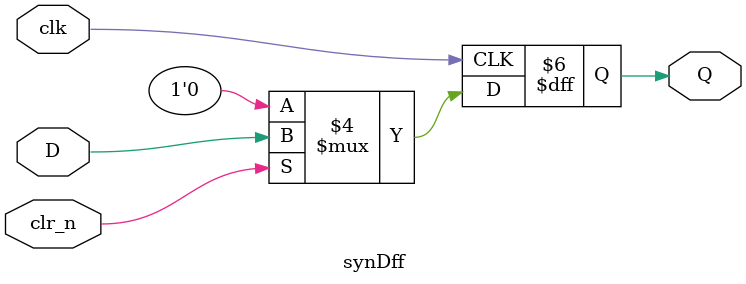
<source format=v>
module synDff(D, clr_n, clk, Q);
	input D;
	input clr_n;
	input clk; 
	output reg Q;
	
	always @ (posedge clk) begin
		if(!clr_n) begin
				Q <= 0;
		end
		else Q <= D;
	end
endmodule 
</source>
